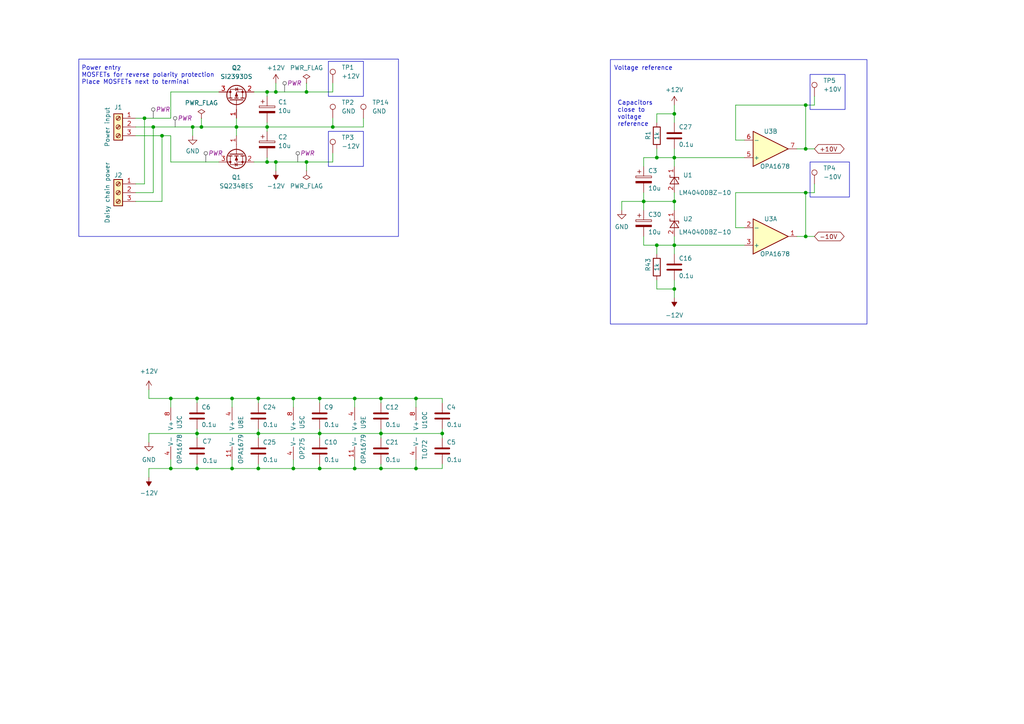
<source format=kicad_sch>
(kicad_sch (version 20230121) (generator eeschema)
  (paper "A4")
  (lib_symbols
    (symbol "Amplifier_Operational:OP275" (pin_names (offset 0.127))
      (property "Reference" "U" (at 0 5.08 0))
      (property "Value" "OP275" (at 0 -5.08 0))
      (symbol "OP275_1_1"
        (polyline (pts (xy -5.08 5.08) (xy 5.08 0) (xy -5.08 -5.08) (xy -5.08 5.08)) (stroke (width 0.254)) (fill (type background)))
        (pin output line (at 7.62 0 180) (length 2.54) (name "~") (number "1"))
        (pin input line (at -7.62 -2.54 0) (length 2.54) (name "-") (number "2"))
        (pin input line (at -7.62 2.54 0) (length 2.54) (name "+") (number "3"))
      )
      (symbol "OP275_2_1"
        (polyline (pts (xy -5.08 5.08) (xy 5.08 0) (xy -5.08 -5.08) (xy -5.08 5.08)) (stroke (width 0.254)) (fill (type background)))
        (pin input line (at -7.62 2.54 0) (length 2.54) (name "+") (number "5"))
        (pin input line (at -7.62 -2.54 0) (length 2.54) (name "-") (number "6"))
        (pin output line (at 7.62 0 180) (length 2.54) (name "~") (number "7"))
      )
      (symbol "OP275_3_1"
        (pin power_in line (at -2.54 -7.62 90) (length 3.81) (name "V-") (number "4"))
        (pin power_in line (at -2.54 7.62 270) (length 3.81) (name "V+") (number "8"))
      )
    )
    (symbol "Amplifier_Operational:OPA1678" (pin_names (offset 0.127))
      (property "Reference" "U" (at 0 5.08 0))
      (property "Value" "OPA1678" (at 0 -5.08 0))
      (symbol "OPA1678_1_1"
        (polyline (pts (xy -5.08 5.08) (xy 5.08 0) (xy -5.08 -5.08) (xy -5.08 5.08)) (stroke (width 0.254)) (fill (type background)))
        (pin output line (at 7.62 0 180) (length 2.54) (name "~") (number "1"))
        (pin input line (at -7.62 -2.54 0) (length 2.54) (name "-") (number "2"))
        (pin input line (at -7.62 2.54 0) (length 2.54) (name "+") (number "3"))
      )
      (symbol "OPA1678_2_1"
        (polyline (pts (xy -5.08 5.08) (xy 5.08 0) (xy -5.08 -5.08) (xy -5.08 5.08)) (stroke (width 0.254)) (fill (type background)))
        (pin input line (at -7.62 2.54 0) (length 2.54) (name "+") (number "5"))
        (pin input line (at -7.62 -2.54 0) (length 2.54) (name "-") (number "6"))
        (pin output line (at 7.62 0 180) (length 2.54) (name "~") (number "7"))
      )
      (symbol "OPA1678_3_1"
        (pin power_in line (at -2.54 -7.62 90) (length 3.81) (name "V-") (number "4"))
        (pin power_in line (at -2.54 7.62 270) (length 3.81) (name "V+") (number "8"))
      )
    )
    (symbol "Amplifier_Operational:OPA1679" (pin_names (offset 0.127))
      (property "Reference" "U" (at 0 5.08 0))
      (property "Value" "OPA1679" (at 0 -5.08 0))
      (symbol "OPA1679_1_1"
        (polyline (pts (xy -5.08 5.08) (xy 5.08 0) (xy -5.08 -5.08) (xy -5.08 5.08)) (stroke (width 0.254)) (fill (type background)))
        (pin output line (at 7.62 0 180) (length 2.54) (name "~") (number "1"))
        (pin input line (at -7.62 -2.54 0) (length 2.54) (name "-") (number "2"))
        (pin input line (at -7.62 2.54 0) (length 2.54) (name "+") (number "3"))
      )
      (symbol "OPA1679_2_1"
        (polyline (pts (xy -5.08 5.08) (xy 5.08 0) (xy -5.08 -5.08) (xy -5.08 5.08)) (stroke (width 0.254)) (fill (type background)))
        (pin input line (at -7.62 2.54 0) (length 2.54) (name "+") (number "5"))
        (pin input line (at -7.62 -2.54 0) (length 2.54) (name "-") (number "6"))
        (pin output line (at 7.62 0 180) (length 2.54) (name "~") (number "7"))
      )
      (symbol "OPA1679_3_1"
        (polyline (pts (xy -5.08 5.08) (xy 5.08 0) (xy -5.08 -5.08) (xy -5.08 5.08)) (stroke (width 0.254)) (fill (type background)))
        (pin input line (at -7.62 2.54 0) (length 2.54) (name "+") (number "10"))
        (pin output line (at 7.62 0 180) (length 2.54) (name "~") (number "8"))
        (pin input line (at -7.62 -2.54 0) (length 2.54) (name "-") (number "9"))
      )
      (symbol "OPA1679_4_1"
        (polyline (pts (xy -5.08 5.08) (xy 5.08 0) (xy -5.08 -5.08) (xy -5.08 5.08)) (stroke (width 0.254)) (fill (type background)))
        (pin input line (at -7.62 2.54 0) (length 2.54) (name "+") (number "12"))
        (pin input line (at -7.62 -2.54 0) (length 2.54) (name "-") (number "13"))
        (pin output line (at 7.62 0 180) (length 2.54) (name "~") (number "14"))
      )
      (symbol "OPA1679_5_1"
        (pin power_in line (at -2.54 -7.62 90) (length 3.81) (name "V-") (number "11"))
        (pin power_in line (at -2.54 7.62 270) (length 3.81) (name "V+") (number "4"))
      )
    )
    (symbol "Amplifier_Operational:TL072" (pin_names (offset 0.127))
      (property "Reference" "U" (at 0 5.08 0))
      (property "Value" "TL072" (at 0 -5.08 0))
      (symbol "TL072_1_1"
        (polyline (pts (xy -5.08 5.08) (xy 5.08 0) (xy -5.08 -5.08) (xy -5.08 5.08)) (stroke (width 0.254)) (fill (type background)))
        (pin output line (at 7.62 0 180) (length 2.54) (name "~") (number "1"))
        (pin input line (at -7.62 -2.54 0) (length 2.54) (name "-") (number "2"))
        (pin input line (at -7.62 2.54 0) (length 2.54) (name "+") (number "3"))
      )
      (symbol "TL072_2_1"
        (polyline (pts (xy -5.08 5.08) (xy 5.08 0) (xy -5.08 -5.08) (xy -5.08 5.08)) (stroke (width 0.254)) (fill (type background)))
        (pin input line (at -7.62 2.54 0) (length 2.54) (name "+") (number "5"))
        (pin input line (at -7.62 -2.54 0) (length 2.54) (name "-") (number "6"))
        (pin output line (at 7.62 0 180) (length 2.54) (name "~") (number "7"))
      )
      (symbol "TL072_3_1"
        (pin power_in line (at -2.54 -7.62 90) (length 3.81) (name "V-") (number "4"))
        (pin power_in line (at -2.54 7.62 270) (length 3.81) (name "V+") (number "8"))
      )
    )
    (symbol "Connector:Screw_Terminal_01x03" (pin_names (offset 1.016) hide)
      (property "Reference" "J" (at 0 5.08 0))
      (property "Value" "Screw_Terminal_01x03" (at 0 -5.08 0))
      (symbol "Screw_Terminal_01x03_1_1"
        (rectangle (start -1.27 3.81) (end 1.27 -3.81) (stroke (width 0.254)) (fill (type background)))
        (circle (center 0 -2.54) (radius 0.635) (stroke (width 0.1524)))
        (polyline (pts (xy -0.5334 -2.2098) (xy 0.3302 -3.048)) (stroke (width 0.1524)))
        (polyline (pts (xy -0.5334 0.3302) (xy 0.3302 -0.508)) (stroke (width 0.1524)))
        (polyline (pts (xy -0.5334 2.8702) (xy 0.3302 2.032)) (stroke (width 0.1524)))
        (polyline (pts (xy -0.3556 -2.032) (xy 0.508 -2.8702)) (stroke (width 0.1524)))
        (polyline (pts (xy -0.3556 0.508) (xy 0.508 -0.3302)) (stroke (width 0.1524)))
        (polyline (pts (xy -0.3556 3.048) (xy 0.508 2.2098)) (stroke (width 0.1524)))
        (circle (center 0 0) (radius 0.635) (stroke (width 0.1524)))
        (circle (center 0 2.54) (radius 0.635) (stroke (width 0.1524)))
        (pin passive line (at -5.08 2.54 0) (length 3.81) (name "Pin_1") (number "1"))
        (pin passive line (at -5.08 0 0) (length 3.81) (name "Pin_2") (number "2"))
        (pin passive line (at -5.08 -2.54 0) (length 3.81) (name "Pin_3") (number "3"))
      )
    )
    (symbol "Connector:TestPoint" (pin_numbers hide) (pin_names (offset 0.762) hide)
      (property "Reference" "TP" (at 0 6.858 0))
      (property "Value" "TestPoint" (at 0 5.08 0))
      (symbol "TestPoint_0_1"
        (circle (center 0 3.302) (radius 0.762))
      )
      (symbol "TestPoint_1_1"
        (pin passive line (at 0 0 90) (length 2.54) (name "1") (number "1"))
      )
    )
    (symbol "Device:C" (pin_numbers hide) (pin_names (offset 0.254))
      (property "Reference" "C" (at 0.635 2.54 0))
      (property "Value" "C" (at 0.635 -2.54 0))
      (symbol "C_0_1"
        (polyline (pts (xy -2.032 -0.762) (xy 2.032 -0.762)) (stroke (width 0.508)))
        (polyline (pts (xy -2.032 0.762) (xy 2.032 0.762)) (stroke (width 0.508)))
      )
      (symbol "C_1_1"
        (pin passive line (at 0 3.81 270) (length 2.794) (name "~") (number "1"))
        (pin passive line (at 0 -3.81 90) (length 2.794) (name "~") (number "2"))
      )
    )
    (symbol "Device:C_Polarized" (pin_numbers hide) (pin_names (offset 0.254))
      (property "Reference" "C" (at 0.635 2.54 0))
      (property "Value" "C_Polarized" (at 0.635 -2.54 0))
      (symbol "C_Polarized_0_1"
        (rectangle (start -2.286 0.508) (end 2.286 1.016))
        (polyline (pts (xy -1.778 2.286) (xy -0.762 2.286)))
        (polyline (pts (xy -1.27 2.794) (xy -1.27 1.778)))
        (rectangle (start 2.286 -0.508) (end -2.286 -1.016) (fill (type outline)))
      )
      (symbol "C_Polarized_1_1"
        (pin passive line (at 0 3.81 270) (length 2.794) (name "~") (number "1"))
        (pin passive line (at 0 -3.81 90) (length 2.794) (name "~") (number "2"))
      )
    )
    (symbol "Device:Q_NMOS_GSD" (pin_names (offset 0) hide)
      (property "Reference" "Q" (at 5.08 1.27 0))
      (property "Value" "Q_NMOS_GSD" (at 5.08 -1.27 0))
      (symbol "Q_NMOS_GSD_0_1"
        (polyline (pts (xy 0.254 0) (xy -2.54 0)))
        (polyline (pts (xy 0.254 1.905) (xy 0.254 -1.905)) (stroke (width 0.254)))
        (polyline (pts (xy 0.762 -1.27) (xy 0.762 -2.286)) (stroke (width 0.254)))
        (polyline (pts (xy 0.762 0.508) (xy 0.762 -0.508)) (stroke (width 0.254)))
        (polyline (pts (xy 0.762 2.286) (xy 0.762 1.27)) (stroke (width 0.254)))
        (polyline (pts (xy 2.54 2.54) (xy 2.54 1.778)))
        (polyline (pts (xy 2.54 -2.54) (xy 2.54 0) (xy 0.762 0)))
        (polyline (pts (xy 0.762 -1.778) (xy 3.302 -1.778) (xy 3.302 1.778) (xy 0.762 1.778)))
        (polyline (pts (xy 1.016 0) (xy 2.032 0.381) (xy 2.032 -0.381) (xy 1.016 0)) (fill (type outline)))
        (polyline (pts (xy 2.794 0.508) (xy 2.921 0.381) (xy 3.683 0.381) (xy 3.81 0.254)))
        (polyline (pts (xy 3.302 0.381) (xy 2.921 -0.254) (xy 3.683 -0.254) (xy 3.302 0.381)))
        (circle (center 1.651 0) (radius 2.794) (stroke (width 0.254)))
        (circle (center 2.54 -1.778) (radius 0.254) (fill (type outline)))
        (circle (center 2.54 1.778) (radius 0.254) (fill (type outline)))
      )
      (symbol "Q_NMOS_GSD_1_1"
        (pin input line (at -5.08 0 0) (length 2.54) (name "G") (number "1"))
        (pin passive line (at 2.54 -5.08 90) (length 2.54) (name "S") (number "2"))
        (pin passive line (at 2.54 5.08 270) (length 2.54) (name "D") (number "3"))
      )
    )
    (symbol "Device:Q_PMOS_GSD" (pin_names (offset 0) hide)
      (property "Reference" "Q" (at 5.08 1.27 0))
      (property "Value" "Q_PMOS_GSD" (at 5.08 -1.27 0))
      (symbol "Q_PMOS_GSD_0_1"
        (polyline (pts (xy 0.254 0) (xy -2.54 0)))
        (polyline (pts (xy 0.254 1.905) (xy 0.254 -1.905)) (stroke (width 0.254)))
        (polyline (pts (xy 0.762 -1.27) (xy 0.762 -2.286)) (stroke (width 0.254)))
        (polyline (pts (xy 0.762 0.508) (xy 0.762 -0.508)) (stroke (width 0.254)))
        (polyline (pts (xy 0.762 2.286) (xy 0.762 1.27)) (stroke (width 0.254)))
        (polyline (pts (xy 2.54 2.54) (xy 2.54 1.778)))
        (polyline (pts (xy 2.54 -2.54) (xy 2.54 0) (xy 0.762 0)))
        (polyline (pts (xy 0.762 1.778) (xy 3.302 1.778) (xy 3.302 -1.778) (xy 0.762 -1.778)))
        (polyline (pts (xy 2.286 0) (xy 1.27 0.381) (xy 1.27 -0.381) (xy 2.286 0)) (fill (type outline)))
        (polyline (pts (xy 2.794 -0.508) (xy 2.921 -0.381) (xy 3.683 -0.381) (xy 3.81 -0.254)))
        (polyline (pts (xy 3.302 -0.381) (xy 2.921 0.254) (xy 3.683 0.254) (xy 3.302 -0.381)))
        (circle (center 1.651 0) (radius 2.794) (stroke (width 0.254)))
        (circle (center 2.54 -1.778) (radius 0.254) (fill (type outline)))
        (circle (center 2.54 1.778) (radius 0.254) (fill (type outline)))
      )
      (symbol "Q_PMOS_GSD_1_1"
        (pin input line (at -5.08 0 0) (length 2.54) (name "G") (number "1"))
        (pin passive line (at 2.54 -5.08 90) (length 2.54) (name "S") (number "2"))
        (pin passive line (at 2.54 5.08 270) (length 2.54) (name "D") (number "3"))
      )
    )
    (symbol "Device:R" (pin_numbers hide) (pin_names (offset 0))
      (property "Reference" "R" (at 2.032 0 90))
      (property "Value" "R" (at 0 0 90))
      (symbol "R_0_1"
        (rectangle (start -1.016 -2.54) (end 1.016 2.54) (stroke (width 0.254)))
      )
      (symbol "R_1_1"
        (pin passive line (at 0 3.81 270) (length 1.27) (name "~") (number "1"))
        (pin passive line (at 0 -3.81 90) (length 1.27) (name "~") (number "2"))
      )
    )
    (symbol "Reference_Voltage:LM4040DBZ-10" (pin_names (offset 0.0254) hide)
      (property "Reference" "U" (at 0 2.54 0))
      (property "Value" "LM4040DBZ-10" (at 0 -3.175 0))
      (symbol "LM4040DBZ-10_0_1"
        (polyline (pts (xy -1.27 0) (xy 0 0) (xy 1.27 0)))
        (polyline (pts (xy -1.27 -1.27) (xy 0.635 0) (xy -1.27 1.27) (xy -1.27 -1.27)) (stroke (width 0.2032)))
        (polyline (pts (xy 0 -1.27) (xy 0.635 -1.27) (xy 0.635 1.27) (xy 1.27 1.27)) (stroke (width 0.2032)))
      )
      (symbol "LM4040DBZ-10_1_1"
        (pin passive line (at 3.81 0 180) (length 2.54) (name "K") (number "1"))
        (pin passive line (at -3.81 0 0) (length 2.54) (name "A") (number "2"))
      )
    )
    (symbol "power:+12V" (power) (pin_names (offset 0))
      (property "Value" "+12V" (at 0 3.556 0))
      (symbol "+12V_0_1"
        (polyline (pts (xy -0.762 1.27) (xy 0 2.54)))
        (polyline (pts (xy 0 0) (xy 0 2.54)))
        (polyline (pts (xy 0 2.54) (xy 0.762 1.27)))
      )
      (symbol "+12V_1_1"
        (pin power_in line (at 0 0 90) (length 0) hide (name "+12V") (number "1"))
      )
    )
    (symbol "power:-12V" (power) (pin_names (offset 0))
      (property "Value" "-12V" (at 0 3.81 0))
      (symbol "-12V_0_0"
        (pin power_in line (at 0 0 90) (length 0) hide (name "-12V") (number "1"))
      )
      (symbol "-12V_0_1"
        (polyline (pts (xy 0 0) (xy 0 1.27) (xy 0.762 1.27) (xy 0 2.54) (xy -0.762 1.27) (xy 0 1.27)) (fill (type outline)))
      )
    )
    (symbol "power:GND" (power) (pin_names (offset 0))
      (property "Value" "GND" (at 0 -3.81 0))
      (symbol "GND_0_1"
        (polyline (pts (xy 0 0) (xy 0 -1.27) (xy 1.27 -1.27) (xy 0 -2.54) (xy -1.27 -1.27) (xy 0 -1.27)))
      )
      (symbol "GND_1_1"
        (pin power_in line (at 0 0 270) (length 0) hide (name "GND") (number "1"))
      )
    )
    (symbol "power:PWR_FLAG" (power) (pin_numbers hide) (pin_names (offset 0) hide)
      (property "Value" "PWR_FLAG" (at 0 3.81 0))
      (symbol "PWR_FLAG_0_0"
        (pin power_out line (at 0 0 90) (length 0) (name "pwr") (number "1"))
      )
      (symbol "PWR_FLAG_0_1"
        (polyline (pts (xy 0 0) (xy 0 1.27) (xy -1.016 1.905) (xy 0 2.54) (xy 1.016 1.905) (xy 0 1.27)))
      )
    )
  )
  (junction (at 74.93 135.89))
  (junction (at 233.68 30.48))
  (junction (at 92.71 115.57))
  (junction (at 85.09 135.89))
  (junction (at 190.5 45.72))
  (junction (at 102.87 115.57))
  (junction (at 85.09 115.57))
  (junction (at 77.47 26.67))
  (junction (at 190.5 71.12))
  (junction (at 120.65 135.89))
  (junction (at 110.49 135.89))
  (junction (at 67.31 135.89))
  (junction (at 57.15 115.57))
  (junction (at 80.01 26.67))
  (junction (at 46.99 39.37))
  (junction (at 102.87 135.89))
  (junction (at 77.47 36.83))
  (junction (at 195.58 45.72))
  (junction (at 49.53 115.57))
  (junction (at 195.58 33.02))
  (junction (at 96.52 36.83))
  (junction (at 49.53 135.89))
  (junction (at 233.68 68.58))
  (junction (at 120.65 115.57))
  (junction (at 186.69 58.42))
  (junction (at 233.68 43.18))
  (junction (at 58.42 36.83))
  (junction (at 55.88 36.83))
  (junction (at 80.01 46.99))
  (junction (at 67.31 115.57))
  (junction (at 195.58 58.42))
  (junction (at 74.93 125.73))
  (junction (at 110.49 115.57))
  (junction (at 92.71 125.73))
  (junction (at 74.93 115.57))
  (junction (at 92.71 135.89))
  (junction (at 41.91 34.29))
  (junction (at 44.45 36.83))
  (junction (at 77.47 46.99))
  (junction (at 195.58 71.12))
  (junction (at 68.58 36.83))
  (junction (at 195.58 83.82))
  (junction (at 88.9 26.67))
  (junction (at 128.27 125.73))
  (junction (at 233.68 55.88))
  (junction (at 110.49 125.73))
  (junction (at 57.15 135.89))
  (junction (at 88.9 46.99))
  (junction (at 57.15 125.73))
  (wire (pts (xy 57.15 115.57) (xy 57.15 116.84)))
  (wire (pts (xy 190.5 71.12) (xy 195.58 71.12)))
  (wire (pts (xy 92.71 116.84) (xy 92.71 115.57)))
  (wire (pts (xy 233.68 68.58) (xy 231.14 68.58)))
  (wire (pts (xy 110.49 116.84) (xy 110.49 115.57)))
  (wire (pts (xy 74.93 135.89) (xy 67.31 135.89)))
  (wire (pts (xy 74.93 134.62) (xy 74.93 135.89)))
  (wire (pts (xy 102.87 135.89) (xy 110.49 135.89)))
  (wire (pts (xy 195.58 33.02) (xy 195.58 35.56)))
  (wire (pts (xy 85.09 115.57) (xy 74.93 115.57)))
  (wire (pts (xy 57.15 124.46) (xy 57.15 125.73)))
  (wire (pts (xy 67.31 135.89) (xy 57.15 135.89)))
  (wire (pts (xy 39.37 53.34) (xy 41.91 53.34)))
  (wire (pts (xy 233.68 30.48) (xy 236.22 30.48)))
  (wire (pts (xy 49.53 26.67) (xy 63.5 26.67)))
  (wire (pts (xy 68.58 36.83) (xy 77.47 36.83)))
  (wire (pts (xy 128.27 134.62) (xy 128.27 135.89)))
  (wire (pts (xy 77.47 35.56) (xy 77.47 36.83)))
  (wire (pts (xy 46.99 39.37) (xy 49.53 39.37)))
  (wire (pts (xy 80.01 46.99) (xy 88.9 46.99)))
  (wire (pts (xy 39.37 34.29) (xy 41.91 34.29)))
  (wire (pts (xy 57.15 125.73) (xy 57.15 127)))
  (wire (pts (xy 110.49 115.57) (xy 120.65 115.57)))
  (wire (pts (xy 105.41 36.83) (xy 96.52 36.83)))
  (wire (pts (xy 190.5 33.02) (xy 195.58 33.02)))
  (wire (pts (xy 80.01 24.13) (xy 80.01 26.67)))
  (wire (pts (xy 180.34 58.42) (xy 180.34 60.96)))
  (wire (pts (xy 43.18 138.43) (xy 43.18 135.89)))
  (wire (pts (xy 190.5 33.02) (xy 190.5 35.56)))
  (wire (pts (xy 195.58 48.26) (xy 195.58 45.72)))
  (wire (pts (xy 186.69 71.12) (xy 190.5 71.12)))
  (wire (pts (xy 85.09 115.57) (xy 85.09 118.11)))
  (wire (pts (xy 49.53 46.99) (xy 49.53 39.37)))
  (wire (pts (xy 110.49 124.46) (xy 110.49 125.73)))
  (wire (pts (xy 213.36 55.88) (xy 213.36 66.04)))
  (wire (pts (xy 236.22 53.34) (xy 236.22 55.88)))
  (wire (pts (xy 43.18 125.73) (xy 57.15 125.73)))
  (wire (pts (xy 77.47 36.83) (xy 96.52 36.83)))
  (wire (pts (xy 39.37 39.37) (xy 46.99 39.37)))
  (wire (pts (xy 80.01 26.67) (xy 77.47 26.67)))
  (wire (pts (xy 88.9 24.13) (xy 88.9 26.67)))
  (wire (pts (xy 186.69 58.42) (xy 195.58 58.42)))
  (wire (pts (xy 67.31 115.57) (xy 57.15 115.57)))
  (wire (pts (xy 195.58 83.82) (xy 195.58 86.36)))
  (wire (pts (xy 110.49 135.89) (xy 120.65 135.89)))
  (wire (pts (xy 46.99 39.37) (xy 46.99 58.42)))
  (wire (pts (xy 102.87 115.57) (xy 110.49 115.57)))
  (wire (pts (xy 233.68 68.58) (xy 236.22 68.58)))
  (wire (pts (xy 128.27 116.84) (xy 128.27 115.57)))
  (wire (pts (xy 195.58 58.42) (xy 195.58 60.96)))
  (wire (pts (xy 120.65 115.57) (xy 120.65 118.11)))
  (wire (pts (xy 55.88 36.83) (xy 55.88 39.37)))
  (wire (pts (xy 92.71 115.57) (xy 85.09 115.57)))
  (wire (pts (xy 186.69 45.72) (xy 186.69 48.26)))
  (wire (pts (xy 57.15 125.73) (xy 74.93 125.73)))
  (wire (pts (xy 88.9 46.99) (xy 96.52 46.99)))
  (wire (pts (xy 74.93 125.73) (xy 92.71 125.73)))
  (wire (pts (xy 195.58 30.48) (xy 195.58 33.02)))
  (wire (pts (xy 195.58 68.58) (xy 195.58 71.12)))
  (wire (pts (xy 85.09 133.35) (xy 85.09 135.89)))
  (wire (pts (xy 195.58 58.42) (xy 195.58 55.88)))
  (wire (pts (xy 92.71 115.57) (xy 102.87 115.57)))
  (wire (pts (xy 110.49 134.62) (xy 110.49 135.89)))
  (wire (pts (xy 195.58 83.82) (xy 195.58 81.28)))
  (wire (pts (xy 74.93 115.57) (xy 67.31 115.57)))
  (wire (pts (xy 92.71 125.73) (xy 110.49 125.73)))
  (wire (pts (xy 92.71 125.73) (xy 92.71 127)))
  (wire (pts (xy 190.5 83.82) (xy 195.58 83.82)))
  (wire (pts (xy 74.93 116.84) (xy 74.93 115.57)))
  (wire (pts (xy 49.53 115.57) (xy 49.53 118.11)))
  (wire (pts (xy 77.47 46.99) (xy 80.01 46.99)))
  (wire (pts (xy 110.49 125.73) (xy 128.27 125.73)))
  (wire (pts (xy 180.34 58.42) (xy 186.69 58.42)))
  (wire (pts (xy 215.9 40.64) (xy 213.36 40.64)))
  (wire (pts (xy 44.45 36.83) (xy 55.88 36.83)))
  (wire (pts (xy 195.58 43.18) (xy 195.58 45.72)))
  (wire (pts (xy 44.45 36.83) (xy 44.45 55.88)))
  (wire (pts (xy 233.68 43.18) (xy 236.22 43.18)))
  (wire (pts (xy 43.18 115.57) (xy 49.53 115.57)))
  (wire (pts (xy 49.53 135.89) (xy 49.53 133.35)))
  (wire (pts (xy 67.31 115.57) (xy 67.31 118.11)))
  (wire (pts (xy 233.68 55.88) (xy 233.68 68.58)))
  (wire (pts (xy 68.58 34.29) (xy 68.58 36.83)))
  (wire (pts (xy 190.5 45.72) (xy 195.58 45.72)))
  (wire (pts (xy 96.52 24.13) (xy 96.52 26.67)))
  (wire (pts (xy 120.65 115.57) (xy 128.27 115.57)))
  (wire (pts (xy 110.49 125.73) (xy 110.49 127)))
  (wire (pts (xy 41.91 34.29) (xy 41.91 53.34)))
  (wire (pts (xy 43.18 135.89) (xy 49.53 135.89)))
  (wire (pts (xy 58.42 34.29) (xy 58.42 36.83)))
  (wire (pts (xy 236.22 27.94) (xy 236.22 30.48)))
  (wire (pts (xy 190.5 45.72) (xy 186.69 45.72)))
  (wire (pts (xy 73.66 26.67) (xy 77.47 26.67)))
  (wire (pts (xy 57.15 134.62) (xy 57.15 135.89)))
  (wire (pts (xy 58.42 36.83) (xy 68.58 36.83)))
  (wire (pts (xy 80.01 46.99) (xy 80.01 49.53)))
  (wire (pts (xy 74.93 135.89) (xy 85.09 135.89)))
  (wire (pts (xy 73.66 46.99) (xy 77.47 46.99)))
  (wire (pts (xy 39.37 55.88) (xy 44.45 55.88)))
  (wire (pts (xy 57.15 135.89) (xy 49.53 135.89)))
  (wire (pts (xy 120.65 133.35) (xy 120.65 135.89)))
  (wire (pts (xy 68.58 36.83) (xy 68.58 39.37)))
  (wire (pts (xy 186.69 58.42) (xy 186.69 60.96)))
  (wire (pts (xy 74.93 125.73) (xy 74.93 124.46)))
  (wire (pts (xy 88.9 46.99) (xy 88.9 49.53)))
  (wire (pts (xy 190.5 81.28) (xy 190.5 83.82)))
  (wire (pts (xy 213.36 55.88) (xy 233.68 55.88)))
  (wire (pts (xy 67.31 133.35) (xy 67.31 135.89)))
  (wire (pts (xy 195.58 71.12) (xy 215.9 71.12)))
  (wire (pts (xy 195.58 45.72) (xy 215.9 45.72)))
  (wire (pts (xy 74.93 125.73) (xy 74.93 127)))
  (wire (pts (xy 120.65 135.89) (xy 128.27 135.89)))
  (wire (pts (xy 92.71 135.89) (xy 102.87 135.89)))
  (wire (pts (xy 58.42 36.83) (xy 55.88 36.83)))
  (wire (pts (xy 49.53 115.57) (xy 57.15 115.57)))
  (wire (pts (xy 102.87 115.57) (xy 102.87 118.11)))
  (wire (pts (xy 77.47 36.83) (xy 77.47 38.1)))
  (wire (pts (xy 96.52 26.67) (xy 88.9 26.67)))
  (wire (pts (xy 92.71 124.46) (xy 92.71 125.73)))
  (wire (pts (xy 213.36 30.48) (xy 233.68 30.48)))
  (wire (pts (xy 190.5 43.18) (xy 190.5 45.72)))
  (wire (pts (xy 77.47 45.72) (xy 77.47 46.99)))
  (wire (pts (xy 39.37 58.42) (xy 46.99 58.42)))
  (wire (pts (xy 43.18 113.03) (xy 43.18 115.57)))
  (wire (pts (xy 190.5 71.12) (xy 190.5 73.66)))
  (wire (pts (xy 63.5 46.99) (xy 49.53 46.99)))
  (wire (pts (xy 231.14 43.18) (xy 233.68 43.18)))
  (wire (pts (xy 128.27 125.73) (xy 128.27 127)))
  (wire (pts (xy 213.36 30.48) (xy 213.36 40.64)))
  (wire (pts (xy 233.68 55.88) (xy 236.22 55.88)))
  (wire (pts (xy 96.52 46.99) (xy 96.52 44.45)))
  (wire (pts (xy 43.18 128.27) (xy 43.18 125.73)))
  (wire (pts (xy 186.69 55.88) (xy 186.69 58.42)))
  (wire (pts (xy 49.53 26.67) (xy 49.53 34.29)))
  (wire (pts (xy 195.58 71.12) (xy 195.58 73.66)))
  (wire (pts (xy 128.27 124.46) (xy 128.27 125.73)))
  (wire (pts (xy 186.69 68.58) (xy 186.69 71.12)))
  (wire (pts (xy 215.9 66.04) (xy 213.36 66.04)))
  (wire (pts (xy 88.9 26.67) (xy 80.01 26.67)))
  (wire (pts (xy 102.87 133.35) (xy 102.87 135.89)))
  (wire (pts (xy 96.52 34.29) (xy 96.52 36.83)))
  (wire (pts (xy 92.71 134.62) (xy 92.71 135.89)))
  (wire (pts (xy 77.47 26.67) (xy 77.47 27.94)))
  (wire (pts (xy 85.09 135.89) (xy 92.71 135.89)))
  (wire (pts (xy 41.91 34.29) (xy 49.53 34.29)))
  (wire (pts (xy 233.68 30.48) (xy 233.68 43.18)))
  (wire (pts (xy 105.41 34.29) (xy 105.41 36.83)))
  (wire (pts (xy 39.37 36.83) (xy 44.45 36.83)))
  (rectangle (start 234.95 21.59) (end 245.11 31.75))
  (rectangle (start 22.86 17.145) (end 115.57 68.58))
  (rectangle (start 177.038 17.272) (end 251.46 93.98))
  (rectangle (start 95.25 38.1) (end 105.41 48.26))
  (rectangle (start 95.25 17.78) (end 105.41 27.94))
  (rectangle (start 234.95 46.99) (end 246.38 57.15))
  (text "Capacitors\nclose to \nvoltage\nreference" (at 179.07 36.83 0) (effects (font (size 1.27 1.27)) (justify left bottom)))
  (text "Voltage reference" (at 178.054 20.574 0) (effects (font (size 1.27 1.27)) (justify left bottom)))
  (text "Power entry\nMOSFETs for reverse polarity protection\nPlace MOSFETs next to terminal" (at 23.622 24.638 0) (effects (font (size 1.27 1.27)) (justify left bottom)))
  (global_label "+10V" (shape bidirectional) (at 236.22 43.18 0) (property "Intersheetrefs" "${INTERSHEET_REFS}" (effects hide)))
  (global_label "-10V" (shape bidirectional) (at 236.22 68.58 0) (property "Intersheetrefs" "${INTERSHEET_REFS}" (effects hide)))
  (netclass_flag "" (length 2.54) (shape round) (at 86.36 46.99 0) (property "Netclass" "PWR" (at 87.0585 44.45 0) (effects (font italic) (justify left))))
  (netclass_flag "" (length 2.54) (shape round) (at 82.55 26.67 0) (property "Netclass" "PWR" (at 83.2485 24.13 0) (effects (font italic) (justify left))))
  (netclass_flag "" (length 2.54) (shape round) (at 44.45 34.29 0) (property "Netclass" "PWR" (at 45.1485 31.75 0) (effects (font italic) (justify left))))
  (netclass_flag "" (length 2.54) (shape round) (at 50.8 36.83 0) (property "Netclass" "PWR" (at 51.4985 34.29 0) (effects (font italic) (justify left))))
  (netclass_flag "" (length 2.54) (shape round) (at 59.69 46.99 0) (property "Netclass" "PWR" (at 60.3885 44.45 0) (effects (font italic) (justify left))))
  (symbol (lib_id "Connector:Screw_Terminal_01x03") (at 34.29 55.88 0) (mirror y) (unit 1)
    (property "Reference" "J2" (at 34.29 50.8 0))
    (property "Value" "Daisy chain power" (at 31.115 55.88 90))
    (property "Footprint" "Mine:Connector_3x1_1.5mm" (effects hide))
  )
  (symbol (lib_id "Reference_Voltage:LM4040DBZ-10") (at 195.58 64.77 90) (unit 1)
    (property "Reference" "U2" (at 198.12 63.5 90) (effects (justify right)))
    (property "Value" "LM4040DBZ-10" (at 196.85 67.31 90) (effects (justify right)))
    (property "Footprint" "Package_TO_SOT_SMD:SOT-23" (effects hide))
    (property "Datasheet" "http://www.ti.com/lit/ds/symlink/lm4040-n.pdf" (effects hide))
  )
  (symbol (lib_id "power:+12V") (at 43.18 113.03 0) (unit 1)
    (property "Reference" "#PWR08" (effects hide))
    (property "Value" "+12V" (at 43.18 107.696 0))
  )
  (symbol (lib_id "Device:C") (at 74.93 130.81 0) (unit 1)
    (property "Reference" "C25" (at 76.2 128.27 0) (effects (justify left)))
    (property "Value" "0.1u" (at 76.2 133.35 0) (effects (justify left)))
    (property "Footprint" "Capacitor_SMD:C_0805_2012Metric_Pad1.18x1.45mm_HandSolder" (effects hide))
  )
  (symbol (lib_id "power:GND") (at 43.18 128.27 0) (unit 1)
    (property "Reference" "#PWR010" (effects hide))
    (property "Value" "GND" (at 43.18 133.35 0))
  )
  (symbol (lib_id "power:+12V") (at 80.01 24.13 0) (unit 1)
    (property "Reference" "#PWR02" (effects hide))
    (property "Value" "+12V" (at 80.01 19.685 0))
  )
  (symbol (lib_id "Connector:TestPoint") (at 96.52 44.45 0) (unit 1)
    (property "Reference" "TP3" (at 99.06 39.878 0) (effects (justify left)))
    (property "Value" "-12V" (at 99.06 42.418 0) (effects (justify left)))
    (property "Footprint" "Mine:Connector_1x1_1.5mm" (effects hide))
  )
  (symbol (lib_id "Device:C") (at 57.15 120.65 0) (unit 1)
    (property "Reference" "C6" (at 58.42 118.11 0) (effects (justify left)))
    (property "Value" "0.1u" (at 58.42 123.19 0) (effects (justify left)))
    (property "Footprint" "Capacitor_SMD:C_0805_2012Metric_Pad1.18x1.45mm_HandSolder" (effects hide))
  )
  (symbol (lib_id "Device:C") (at 92.71 120.65 0) (unit 1)
    (property "Reference" "C9" (at 93.98 118.11 0) (effects (justify left)))
    (property "Value" "0.1u" (at 93.98 123.19 0) (effects (justify left)))
    (property "Footprint" "Capacitor_SMD:C_0805_2012Metric_Pad1.18x1.45mm_HandSolder" (effects hide))
  )
  (symbol (lib_id "Device:C") (at 74.93 120.65 0) (unit 1)
    (property "Reference" "C24" (at 76.2 118.11 0) (effects (justify left)))
    (property "Value" "0.1u" (at 76.2 123.19 0) (effects (justify left)))
    (property "Footprint" "Capacitor_SMD:C_0805_2012Metric_Pad1.18x1.45mm_HandSolder" (effects hide))
  )
  (symbol (lib_id "power:-12V") (at 195.58 86.36 180) (unit 1)
    (property "Reference" "#PWR06" (effects hide))
    (property "Value" "-12V" (at 195.58 91.44 0))
  )
  (symbol (lib_id "power:PWR_FLAG") (at 58.42 34.29 0) (unit 1)
    (property "Reference" "#FLG01" (effects hide))
    (property "Value" "PWR_FLAG" (at 58.42 29.845 0))
  )
  (symbol (lib_id "Connector:TestPoint") (at 96.52 34.29 0) (unit 1)
    (property "Reference" "TP2" (at 99.06 29.718 0) (effects (justify left)))
    (property "Value" "GND" (at 99.06 32.258 0) (effects (justify left)))
    (property "Footprint" "Mine:Connector_1x1_1.5mm" (effects hide))
  )
  (symbol (lib_id "power:-12V") (at 43.18 138.43 180) (unit 1)
    (property "Reference" "#PWR09" (effects hide))
    (property "Value" "-12V" (at 43.18 143.002 0))
  )
  (symbol (lib_id "Device:R") (at 190.5 77.47 0) (unit 1)
    (property "Reference" "R43" (at 187.96 78.74 90) (effects (justify left)))
    (property "Value" "1k" (at 190.5 78.74 90) (effects (justify left)))
    (property "Footprint" "Resistor_SMD:R_0805_2012Metric_Pad1.20x1.40mm_HandSolder" (effects hide))
  )
  (symbol (lib_id "power:-12V") (at 80.01 49.53 180) (unit 1)
    (property "Reference" "#PWR03" (effects hide))
    (property "Value" "-12V" (at 80.01 53.975 0))
  )
  (symbol (lib_id "Device:C") (at 128.27 120.65 0) (unit 1)
    (property "Reference" "C4" (at 129.54 118.11 0) (effects (justify left)))
    (property "Value" "0.1u" (at 129.54 123.19 0) (effects (justify left)))
    (property "Footprint" "Capacitor_SMD:C_0805_2012Metric_Pad1.18x1.45mm_HandSolder" (effects hide))
  )
  (symbol (lib_id "Device:C_Polarized") (at 77.47 41.91 0) (unit 1)
    (property "Reference" "C2" (at 80.645 39.751 0) (effects (justify left)))
    (property "Value" "10u" (at 80.645 42.291 0) (effects (justify left)))
    (property "Footprint" "Capacitor_SMD:CP_Elec_4x5.4" (effects hide))
  )
  (symbol (lib_id "Amplifier_Operational:TL072") (at 123.19 125.73 0) (unit 3)
    (property "Reference" "U10" (at 123.19 124.46 90) (effects (justify left)))
    (property "Value" "TL072" (at 123.19 133.35 90) (effects (justify left)))
    (property "Footprint" "Package_SO:SOIC-8_3.9x4.9mm_P1.27mm" (effects hide))
    (property "Datasheet" "http://www.ti.com/lit/ds/symlink/tl071.pdf" (effects hide))
  )
  (symbol (lib_id "Device:C") (at 92.71 130.81 0) (unit 1)
    (property "Reference" "C10" (at 93.98 128.27 0) (effects (justify left)))
    (property "Value" "0.1u" (at 93.98 133.35 0) (effects (justify left)))
    (property "Footprint" "Capacitor_SMD:C_0805_2012Metric_Pad1.18x1.45mm_HandSolder" (effects hide))
  )
  (symbol (lib_id "Amplifier_Operational:OP275") (at 87.63 125.73 0) (unit 3)
    (property "Reference" "U5" (at 87.63 124.46 90) (effects (justify left)))
    (property "Value" "OP275" (at 87.63 133.35 90) (effects (justify left)))
    (property "Footprint" "Package_SO:SOIC-8_3.9x4.9mm_P1.27mm" (effects hide))
    (property "Datasheet" "https://www.analog.com/media/en/technical-documentation/data-sheets/OP275.pdf" (effects hide))
  )
  (symbol (lib_id "Device:R") (at 190.5 39.37 0) (unit 1)
    (property "Reference" "R1" (at 187.96 40.64 90) (effects (justify left)))
    (property "Value" "1k" (at 190.5 40.64 90) (effects (justify left)))
    (property "Footprint" "Resistor_SMD:R_0805_2012Metric_Pad1.20x1.40mm_HandSolder" (effects hide))
  )
  (symbol (lib_id "power:PWR_FLAG") (at 88.9 49.53 180) (unit 1)
    (property "Reference" "#FLG03" (effects hide))
    (property "Value" "PWR_FLAG" (at 88.9 53.975 0))
  )
  (symbol (lib_id "Device:Q_PMOS_GSD") (at 68.58 29.21 90) (unit 1)
    (property "Reference" "Q2" (at 68.58 19.685 90))
    (property "Value" "Si2393DS" (at 68.58 22.225 90))
    (property "Footprint" "Package_TO_SOT_SMD:SOT-23-3" (effects hide))
  )
  (symbol (lib_id "power:GND") (at 180.34 60.96 0) (unit 1)
    (property "Reference" "#PWR05" (effects hide))
    (property "Value" "GND" (at 180.34 65.786 0))
  )
  (symbol (lib_id "Device:C") (at 128.27 130.81 0) (unit 1)
    (property "Reference" "C5" (at 129.54 128.27 0) (effects (justify left)))
    (property "Value" "0.1u" (at 129.54 133.35 0) (effects (justify left)))
    (property "Footprint" "Capacitor_SMD:C_0805_2012Metric_Pad1.18x1.45mm_HandSolder" (effects hide))
  )
  (symbol (lib_id "Amplifier_Operational:OPA1678") (at 223.52 43.18 0) (mirror x) (unit 2)
    (property "Reference" "U3" (at 223.52 38.1 0))
    (property "Value" "OPA1678" (at 224.79 48.26 0))
    (property "Footprint" "Package_SO:SOIC-8_3.9x4.9mm_P1.27mm" (effects hide))
    (property "Datasheet" "http://www.ti.com/lit/ds/symlink/opa1678.pdf" (effects hide))
  )
  (symbol (lib_id "Amplifier_Operational:OPA1678") (at 52.07 125.73 0) (unit 3)
    (property "Reference" "U3" (at 52.07 124.46 90) (effects (justify left)))
    (property "Value" "OPA1678" (at 52.07 134.62 90) (effects (justify left)))
    (property "Footprint" "Package_SO:SOIC-8_3.9x4.9mm_P1.27mm" (effects hide))
    (property "Datasheet" "http://www.ti.com/lit/ds/symlink/opa1678.pdf" (effects hide))
  )
  (symbol (lib_id "Connector:TestPoint") (at 236.22 27.94 0) (unit 1)
    (property "Reference" "TP5" (at 238.76 23.368 0) (effects (justify left)))
    (property "Value" "+10V" (at 238.76 25.908 0) (effects (justify left)))
    (property "Footprint" "Mine:Connector_1x1_1.5mm" (effects hide))
  )
  (symbol (lib_id "Device:C") (at 195.58 39.37 0) (unit 1)
    (property "Reference" "C27" (at 196.85 36.83 0) (effects (justify left)))
    (property "Value" "0.1u" (at 196.85 41.91 0) (effects (justify left)))
    (property "Footprint" "Capacitor_SMD:C_0805_2012Metric_Pad1.18x1.45mm_HandSolder" (effects hide))
  )
  (symbol (lib_id "Device:C") (at 195.58 77.47 0) (unit 1)
    (property "Reference" "C16" (at 196.85 74.93 0) (effects (justify left)))
    (property "Value" "0.1u" (at 196.85 80.01 0) (effects (justify left)))
    (property "Footprint" "Capacitor_SMD:C_0805_2012Metric_Pad1.18x1.45mm_HandSolder" (effects hide))
  )
  (symbol (lib_id "Device:C_Polarized") (at 77.47 31.75 0) (unit 1)
    (property "Reference" "C1" (at 80.645 29.591 0) (effects (justify left)))
    (property "Value" "10u" (at 80.645 32.131 0) (effects (justify left)))
    (property "Footprint" "Capacitor_SMD:CP_Elec_4x5.4" (effects hide))
  )
  (symbol (lib_id "Device:Q_NMOS_GSD") (at 68.58 44.45 90) (mirror x) (unit 1)
    (property "Reference" "Q1" (at 68.58 51.435 90))
    (property "Value" "SQ2348ES" (at 68.58 53.975 90))
    (property "Footprint" "Package_TO_SOT_SMD:SOT-23-3" (effects hide))
  )
  (symbol (lib_id "Connector:TestPoint") (at 96.52 24.13 0) (unit 1)
    (property "Reference" "TP1" (at 99.06 19.558 0) (effects (justify left)))
    (property "Value" "+12V" (at 99.06 22.098 0) (effects (justify left)))
    (property "Footprint" "Mine:Connector_1x1_1.5mm" (effects hide))
  )
  (symbol (lib_id "power:+12V") (at 195.58 30.48 0) (unit 1)
    (property "Reference" "#PWR04" (effects hide))
    (property "Value" "+12V" (at 195.58 26.035 0))
  )
  (symbol (lib_id "Amplifier_Operational:OPA1679") (at 69.85 125.73 0) (unit 5)
    (property "Reference" "U8" (at 69.85 124.46 90) (effects (justify left)))
    (property "Value" "OPA1679" (at 69.85 134.62 90) (effects (justify left)))
    (property "Footprint" "Package_SO:SOIC-14_3.9x8.7mm_P1.27mm" (effects hide))
    (property "Datasheet" "http://www.ti.com/lit/ds/symlink/opa1678.pdf" (effects hide))
    (instances (project "vco_1" (path "" (reference "U8") (unit 5)) (path "" (reference "U4") (unit 5))))
  )
  (symbol (lib_id "Amplifier_Operational:OPA1678") (at 223.52 68.58 0) (mirror x) (unit 1)
    (property "Reference" "U3" (at 223.52 63.5 0))
    (property "Value" "OPA1678" (at 224.79 73.66 0))
    (property "Footprint" "Package_SO:SOIC-8_3.9x4.9mm_P1.27mm" (effects hide))
    (property "Datasheet" "http://www.ti.com/lit/ds/symlink/opa1678.pdf" (effects hide))
  )
  (symbol (lib_id "Amplifier_Operational:OPA1679") (at 105.41 125.73 0) (unit 5)
    (property "Reference" "U9" (at 105.41 124.46 90) (effects (justify left)))
    (property "Value" "OPA1679" (at 105.41 134.62 90) (effects (justify left)))
    (property "Footprint" "Package_SO:SOIC-14_3.9x8.7mm_P1.27mm" (effects hide))
    (property "Datasheet" "http://www.ti.com/lit/ds/symlink/opa1678.pdf" (effects hide))
  )
  (symbol (lib_id "Connector:Screw_Terminal_01x03") (at 34.29 36.83 0) (mirror y) (unit 1)
    (property "Reference" "J1" (at 34.29 31.115 0))
    (property "Value" "Power input" (at 31.115 36.83 90))
    (property "Footprint" "Mine:Connector_3x1_1.5mm" (effects hide))
  )
  (symbol (lib_id "power:PWR_FLAG") (at 88.9 24.13 0) (unit 1)
    (property "Reference" "#FLG02" (effects hide))
    (property "Value" "PWR_FLAG" (at 88.9 19.685 0))
  )
  (symbol (lib_id "Device:C") (at 110.49 130.81 0) (unit 1)
    (property "Reference" "C21" (at 111.76 128.27 0) (effects (justify left)))
    (property "Value" "0.1u" (at 111.76 133.35 0) (effects (justify left)))
    (property "Footprint" "Capacitor_SMD:C_0805_2012Metric_Pad1.18x1.45mm_HandSolder" (effects hide))
  )
  (symbol (lib_id "Connector:TestPoint") (at 236.22 53.34 0) (unit 1)
    (property "Reference" "TP4" (at 238.76 48.768 0) (effects (justify left)))
    (property "Value" "-10V" (at 238.76 51.308 0) (effects (justify left)))
    (property "Footprint" "Mine:Connector_1x1_1.5mm" (effects hide))
  )
  (symbol (lib_id "Device:C") (at 57.15 130.81 0) (unit 1)
    (property "Reference" "C7" (at 58.674 128.016 0) (effects (justify left)))
    (property "Value" "0.1u" (at 58.674 133.604 0) (effects (justify left)))
    (property "Footprint" "Capacitor_SMD:C_0805_2012Metric_Pad1.18x1.45mm_HandSolder" (effects hide))
  )
  (symbol (lib_id "power:GND") (at 55.88 39.37 0) (unit 1)
    (property "Reference" "#PWR01" (effects hide))
    (property "Value" "GND" (at 55.88 43.815 0))
  )
  (symbol (lib_id "Reference_Voltage:LM4040DBZ-10") (at 195.58 52.07 90) (unit 1)
    (property "Reference" "U1" (at 198.12 50.8 90) (effects (justify right)))
    (property "Value" "LM4040DBZ-10" (at 196.85 55.88 90) (effects (justify right)))
    (property "Footprint" "Package_TO_SOT_SMD:SOT-23" (effects hide))
    (property "Datasheet" "http://www.ti.com/lit/ds/symlink/lm4040-n.pdf" (effects hide))
  )
  (symbol (lib_id "Device:C_Polarized") (at 186.69 52.07 0) (unit 1)
    (property "Reference" "C3" (at 187.96 49.53 0) (effects (justify left)))
    (property "Value" "10u" (at 187.96 54.61 0) (effects (justify left)))
    (property "Footprint" "Capacitor_SMD:CP_Elec_4x5.4" (effects hide))
  )
  (symbol (lib_id "Connector:TestPoint") (at 105.41 34.29 0) (unit 1)
    (property "Reference" "TP14" (at 107.95 29.718 0) (effects (justify left)))
    (property "Value" "GND" (at 107.95 32.258 0) (effects (justify left)))
    (property "Footprint" "Mine:Connector_1x1_1.5mm" (effects hide))
  )
  (symbol (lib_id "Device:C") (at 110.49 120.65 0) (unit 1)
    (property "Reference" "C12" (at 111.76 118.11 0) (effects (justify left)))
    (property "Value" "0.1u" (at 111.76 123.19 0) (effects (justify left)))
    (property "Footprint" "Capacitor_SMD:C_0805_2012Metric_Pad1.18x1.45mm_HandSolder" (effects hide))
  )
  (symbol (lib_id "Device:C_Polarized") (at 186.69 64.77 0) (unit 1)
    (property "Reference" "C30" (at 187.96 62.23 0) (effects (justify left)))
    (property "Value" "10u" (at 187.96 67.31 0) (effects (justify left)))
    (property "Footprint" "Capacitor_SMD:CP_Elec_4x5.4" (effects hide))
  )
)
</source>
